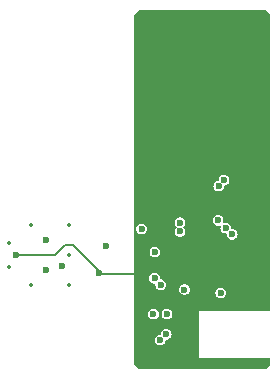
<source format=gbr>
%TF.GenerationSoftware,KiCad,Pcbnew,8.0.8*%
%TF.CreationDate,2025-03-24T11:25:52+01:00*%
%TF.ProjectId,RF_HID_dongle_test,52465f48-4944-45f6-946f-6e676c655f74,rev?*%
%TF.SameCoordinates,Original*%
%TF.FileFunction,Copper,L2,Inr*%
%TF.FilePolarity,Positive*%
%FSLAX46Y46*%
G04 Gerber Fmt 4.6, Leading zero omitted, Abs format (unit mm)*
G04 Created by KiCad (PCBNEW 8.0.8) date 2025-03-24 11:25:52*
%MOMM*%
%LPD*%
G01*
G04 APERTURE LIST*
%TA.AperFunction,ViaPad*%
%ADD10C,0.600000*%
%TD*%
%TA.AperFunction,Conductor*%
%ADD11C,0.200000*%
%TD*%
%TA.AperFunction,Conductor*%
%ADD12C,0.150000*%
%TD*%
%ADD13C,0.300000*%
%ADD14C,0.350000*%
G04 APERTURE END LIST*
D10*
%TO.N,GND*%
X137475000Y-138075000D03*
X140475000Y-138075000D03*
X147550000Y-132325000D03*
X142107066Y-130193355D03*
X142100000Y-128950000D03*
X136650000Y-135075000D03*
X147550000Y-131325000D03*
X147550000Y-123325000D03*
X146475000Y-138075000D03*
X145800003Y-131357925D03*
X144975000Y-121450000D03*
X147550000Y-127325000D03*
X144975000Y-120200000D03*
X141300000Y-123550000D03*
X142900000Y-123600000D03*
X126350000Y-128950000D03*
X146825000Y-121450000D03*
X147550000Y-138050000D03*
X138850000Y-124275000D03*
X142475000Y-138075000D03*
X136650000Y-124575000D03*
X142475000Y-133325000D03*
X141475000Y-134200000D03*
X139475000Y-138075000D03*
X147550000Y-125325000D03*
X143475000Y-138075000D03*
X145350000Y-132350000D03*
X146825000Y-120200000D03*
X136650000Y-138075000D03*
X147550000Y-130325000D03*
X141475000Y-135200000D03*
X146775000Y-133225000D03*
X136650000Y-122575000D03*
X136650000Y-132075000D03*
X145475000Y-138075000D03*
X147537500Y-133225000D03*
X141475000Y-133325000D03*
X146225000Y-132575000D03*
X136650000Y-136075000D03*
X144975000Y-118950000D03*
X147550000Y-128325000D03*
X147550000Y-126325000D03*
X141475000Y-137200000D03*
X136650000Y-133075000D03*
X143350000Y-128950000D03*
X133350000Y-130450000D03*
X147550000Y-122325000D03*
X147550000Y-124325000D03*
X142100000Y-127700000D03*
X141475000Y-136200000D03*
X138475000Y-138075000D03*
X136650000Y-134075000D03*
X147550000Y-129325000D03*
X136650000Y-123575000D03*
X141475000Y-138075000D03*
X146825000Y-118950000D03*
X144475000Y-138075000D03*
X140850000Y-128950000D03*
X136650000Y-137075000D03*
%TO.N,+3V3*%
X136974999Y-126724999D03*
X143450000Y-126000000D03*
X139050000Y-135650000D03*
X143500000Y-123100000D03*
X138550000Y-136150000D03*
X143950000Y-122600000D03*
%TO.N,/VDCIA*%
X144641826Y-127185742D03*
X143675000Y-132150000D03*
%TO.N,/VINTA*%
X140600002Y-131864214D03*
%TO.N,/NRST*%
X138100000Y-128700000D03*
X134000000Y-128200000D03*
X128850000Y-127700000D03*
%TO.N,/SWCLK*%
X128850000Y-130200000D03*
X139125000Y-133950000D03*
X140224999Y-126199776D03*
%TO.N,/SWDIO*%
X137975000Y-133950000D03*
X130253154Y-129840850D03*
X140224999Y-126949779D03*
%TO.N,/VSW*%
X144100000Y-126667159D03*
%TO.N,/HSE_I*%
X138600000Y-131450000D03*
%TO.N,/HSE_O*%
X138069668Y-130919668D03*
%TD*%
D11*
%TO.N,GND*%
X130449865Y-128104700D02*
X131150135Y-128104700D01*
D12*
X133350000Y-130450000D02*
X133450000Y-130550000D01*
X135850000Y-130550000D02*
X136550000Y-130550000D01*
X133450000Y-130550000D02*
X135850000Y-130550000D01*
D11*
X131150135Y-128104700D02*
X133350000Y-130304565D01*
X133350000Y-130304565D02*
X133350000Y-130450000D01*
X126350000Y-128950000D02*
X129604565Y-128950000D01*
X129604565Y-128950000D02*
X130449865Y-128104700D01*
%TD*%
%TA.AperFunction,Conductor*%
%TO.N,GND*%
G36*
X147517913Y-108242174D02*
G01*
X147827826Y-108552086D01*
X147849500Y-108604412D01*
X147849500Y-133600999D01*
X147827826Y-133653325D01*
X147775500Y-133674999D01*
X141824998Y-133674999D01*
X141824999Y-137674999D01*
X141825000Y-137675000D01*
X147775502Y-137675000D01*
X147827826Y-137696674D01*
X147849500Y-137749000D01*
X147849500Y-138190587D01*
X147827826Y-138242913D01*
X147517913Y-138552826D01*
X147465587Y-138574500D01*
X136734412Y-138574500D01*
X136682086Y-138552826D01*
X136372174Y-138242913D01*
X136350500Y-138190587D01*
X136350500Y-136150000D01*
X138094867Y-136150000D01*
X138113302Y-136278223D01*
X138113302Y-136278224D01*
X138113303Y-136278226D01*
X138167118Y-136396063D01*
X138251951Y-136493967D01*
X138360931Y-136564004D01*
X138485228Y-136600500D01*
X138614772Y-136600500D01*
X138739069Y-136564004D01*
X138848049Y-136493967D01*
X138932882Y-136396063D01*
X138986697Y-136278226D01*
X139003125Y-136163969D01*
X139032025Y-136115260D01*
X139076372Y-136100500D01*
X139114772Y-136100500D01*
X139239069Y-136064004D01*
X139348049Y-135993967D01*
X139432882Y-135896063D01*
X139486697Y-135778226D01*
X139505133Y-135650000D01*
X139486697Y-135521774D01*
X139432882Y-135403937D01*
X139348049Y-135306033D01*
X139281032Y-135262964D01*
X139239068Y-135235995D01*
X139114772Y-135199500D01*
X138985228Y-135199500D01*
X138860931Y-135235995D01*
X138751954Y-135306031D01*
X138751950Y-135306034D01*
X138667119Y-135403935D01*
X138613302Y-135521776D01*
X138604202Y-135585071D01*
X138596875Y-135636032D01*
X138567976Y-135684740D01*
X138523629Y-135699500D01*
X138485228Y-135699500D01*
X138360931Y-135735995D01*
X138251954Y-135806031D01*
X138251950Y-135806034D01*
X138167119Y-135903935D01*
X138113302Y-136021776D01*
X138094867Y-136150000D01*
X136350500Y-136150000D01*
X136350500Y-133950000D01*
X137519867Y-133950000D01*
X137538302Y-134078223D01*
X137538302Y-134078224D01*
X137538303Y-134078226D01*
X137592118Y-134196063D01*
X137676951Y-134293967D01*
X137785931Y-134364004D01*
X137910228Y-134400500D01*
X138039772Y-134400500D01*
X138164069Y-134364004D01*
X138273049Y-134293967D01*
X138357882Y-134196063D01*
X138411697Y-134078226D01*
X138430133Y-133950000D01*
X138669867Y-133950000D01*
X138688302Y-134078223D01*
X138688302Y-134078224D01*
X138688303Y-134078226D01*
X138742118Y-134196063D01*
X138826951Y-134293967D01*
X138935931Y-134364004D01*
X139060228Y-134400500D01*
X139189772Y-134400500D01*
X139314069Y-134364004D01*
X139423049Y-134293967D01*
X139507882Y-134196063D01*
X139561697Y-134078226D01*
X139580133Y-133950000D01*
X139561697Y-133821774D01*
X139507882Y-133703937D01*
X139423049Y-133606033D01*
X139356032Y-133562964D01*
X139314068Y-133535995D01*
X139189772Y-133499500D01*
X139060228Y-133499500D01*
X138935931Y-133535995D01*
X138826954Y-133606031D01*
X138826950Y-133606034D01*
X138742119Y-133703935D01*
X138688302Y-133821776D01*
X138669867Y-133950000D01*
X138430133Y-133950000D01*
X138411697Y-133821774D01*
X138357882Y-133703937D01*
X138273049Y-133606033D01*
X138206032Y-133562964D01*
X138164068Y-133535995D01*
X138039772Y-133499500D01*
X137910228Y-133499500D01*
X137785931Y-133535995D01*
X137676954Y-133606031D01*
X137676950Y-133606034D01*
X137592119Y-133703935D01*
X137538302Y-133821776D01*
X137519867Y-133950000D01*
X136350500Y-133950000D01*
X136350500Y-131982291D01*
X136350315Y-131980294D01*
X136350000Y-131973470D01*
X136350000Y-130994569D01*
X136350753Y-130984038D01*
X136351646Y-130977826D01*
X136355647Y-130950000D01*
X136351286Y-130919668D01*
X137614535Y-130919668D01*
X137632970Y-131047891D01*
X137632970Y-131047892D01*
X137632971Y-131047894D01*
X137686786Y-131165731D01*
X137771619Y-131263635D01*
X137878704Y-131332454D01*
X137880599Y-131333672D01*
X138004896Y-131370168D01*
X138070945Y-131370168D01*
X138123271Y-131391842D01*
X138144945Y-131444168D01*
X138144867Y-131445253D01*
X138144867Y-131449999D01*
X138163302Y-131578223D01*
X138163302Y-131578224D01*
X138163303Y-131578226D01*
X138217118Y-131696063D01*
X138301951Y-131793967D01*
X138410931Y-131864004D01*
X138535228Y-131900500D01*
X138664772Y-131900500D01*
X138788354Y-131864214D01*
X140144869Y-131864214D01*
X140163304Y-131992437D01*
X140163304Y-131992438D01*
X140163305Y-131992440D01*
X140217120Y-132110277D01*
X140301953Y-132208181D01*
X140410933Y-132278218D01*
X140535230Y-132314714D01*
X140664774Y-132314714D01*
X140789071Y-132278218D01*
X140898051Y-132208181D01*
X140948464Y-132150000D01*
X143219867Y-132150000D01*
X143238302Y-132278223D01*
X143238302Y-132278224D01*
X143238303Y-132278226D01*
X143292118Y-132396063D01*
X143376951Y-132493967D01*
X143485931Y-132564004D01*
X143610228Y-132600500D01*
X143739772Y-132600500D01*
X143864069Y-132564004D01*
X143973049Y-132493967D01*
X144057882Y-132396063D01*
X144111697Y-132278226D01*
X144130133Y-132150000D01*
X144111697Y-132021774D01*
X144057882Y-131903937D01*
X143973049Y-131806033D01*
X143906032Y-131762964D01*
X143864068Y-131735995D01*
X143739772Y-131699500D01*
X143610228Y-131699500D01*
X143485931Y-131735995D01*
X143376954Y-131806031D01*
X143376950Y-131806034D01*
X143292119Y-131903935D01*
X143238302Y-132021776D01*
X143219867Y-132150000D01*
X140948464Y-132150000D01*
X140982884Y-132110277D01*
X141036699Y-131992440D01*
X141055135Y-131864214D01*
X141036699Y-131735988D01*
X140982884Y-131618151D01*
X140898051Y-131520247D01*
X140831034Y-131477178D01*
X140789070Y-131450209D01*
X140664774Y-131413714D01*
X140535230Y-131413714D01*
X140410933Y-131450209D01*
X140301956Y-131520245D01*
X140301952Y-131520248D01*
X140217121Y-131618149D01*
X140163304Y-131735990D01*
X140144869Y-131864214D01*
X138788354Y-131864214D01*
X138789069Y-131864004D01*
X138898049Y-131793967D01*
X138982882Y-131696063D01*
X139036697Y-131578226D01*
X139055133Y-131450000D01*
X139036697Y-131321774D01*
X138982882Y-131203937D01*
X138898049Y-131106033D01*
X138807578Y-131047891D01*
X138789068Y-131035995D01*
X138664772Y-130999500D01*
X138598724Y-130999500D01*
X138546398Y-130977826D01*
X138524724Y-130925500D01*
X138524801Y-130924416D01*
X138524801Y-130919669D01*
X138506365Y-130791444D01*
X138506365Y-130791442D01*
X138452550Y-130673605D01*
X138367717Y-130575701D01*
X138300700Y-130532632D01*
X138258736Y-130505663D01*
X138134440Y-130469168D01*
X138004896Y-130469168D01*
X137880599Y-130505663D01*
X137771622Y-130575699D01*
X137771618Y-130575702D01*
X137686787Y-130673603D01*
X137632970Y-130791444D01*
X137614535Y-130919668D01*
X136351286Y-130919668D01*
X136350753Y-130915959D01*
X136350000Y-130905429D01*
X136350000Y-130224540D01*
X136350500Y-130216910D01*
X136350500Y-129693122D01*
X136350498Y-129693100D01*
X136350498Y-129683072D01*
X136350000Y-129675474D01*
X136350000Y-128994569D01*
X136350753Y-128984038D01*
X136355647Y-128950000D01*
X136350753Y-128915959D01*
X136350000Y-128905429D01*
X136350000Y-128700000D01*
X137644867Y-128700000D01*
X137663302Y-128828223D01*
X137663302Y-128828224D01*
X137663303Y-128828226D01*
X137717118Y-128946063D01*
X137801951Y-129043967D01*
X137910931Y-129114004D01*
X138035228Y-129150500D01*
X138164772Y-129150500D01*
X138289069Y-129114004D01*
X138398049Y-129043967D01*
X138482882Y-128946063D01*
X138536697Y-128828226D01*
X138555133Y-128700000D01*
X138536697Y-128571774D01*
X138482882Y-128453937D01*
X138398049Y-128356033D01*
X138331032Y-128312964D01*
X138289068Y-128285995D01*
X138164772Y-128249500D01*
X138035228Y-128249500D01*
X137910931Y-128285995D01*
X137801954Y-128356031D01*
X137801950Y-128356034D01*
X137717119Y-128453935D01*
X137663302Y-128571776D01*
X137644867Y-128700000D01*
X136350000Y-128700000D01*
X136350000Y-128224540D01*
X136350500Y-128216910D01*
X136350500Y-127693122D01*
X136350498Y-127693100D01*
X136350498Y-127683072D01*
X136350000Y-127675474D01*
X136350000Y-126994569D01*
X136350753Y-126984038D01*
X136355647Y-126950000D01*
X136350753Y-126915959D01*
X136350000Y-126905429D01*
X136350000Y-126724999D01*
X136519866Y-126724999D01*
X136538301Y-126853222D01*
X136538301Y-126853223D01*
X136538302Y-126853225D01*
X136592117Y-126971062D01*
X136676950Y-127068966D01*
X136785930Y-127139003D01*
X136910227Y-127175499D01*
X137039771Y-127175499D01*
X137164068Y-127139003D01*
X137273048Y-127068966D01*
X137357881Y-126971062D01*
X137411696Y-126853225D01*
X137430132Y-126724999D01*
X137411696Y-126596773D01*
X137357881Y-126478936D01*
X137273048Y-126381032D01*
X137206031Y-126337963D01*
X137164067Y-126310994D01*
X137039771Y-126274499D01*
X136910227Y-126274499D01*
X136785930Y-126310994D01*
X136676953Y-126381030D01*
X136676949Y-126381033D01*
X136592118Y-126478934D01*
X136538301Y-126596775D01*
X136519866Y-126724999D01*
X136350000Y-126724999D01*
X136350000Y-126199776D01*
X139769866Y-126199776D01*
X139788301Y-126327999D01*
X139788301Y-126328000D01*
X139788302Y-126328002D01*
X139812521Y-126381033D01*
X139842118Y-126445841D01*
X139842119Y-126445843D01*
X139911851Y-126526318D01*
X139929736Y-126580056D01*
X139911851Y-126623236D01*
X139842120Y-126703711D01*
X139842118Y-126703713D01*
X139788301Y-126821555D01*
X139769866Y-126949779D01*
X139788301Y-127078002D01*
X139788301Y-127078003D01*
X139788302Y-127078005D01*
X139842117Y-127195842D01*
X139926950Y-127293746D01*
X140035930Y-127363783D01*
X140160227Y-127400279D01*
X140289771Y-127400279D01*
X140414068Y-127363783D01*
X140523048Y-127293746D01*
X140607881Y-127195842D01*
X140661696Y-127078005D01*
X140680132Y-126949779D01*
X140661696Y-126821553D01*
X140607881Y-126703716D01*
X140538145Y-126623235D01*
X140520261Y-126569498D01*
X140538147Y-126526317D01*
X140607881Y-126445839D01*
X140661696Y-126328002D01*
X140680132Y-126199776D01*
X140661696Y-126071550D01*
X140629020Y-126000000D01*
X142994867Y-126000000D01*
X143013302Y-126128223D01*
X143013302Y-126128224D01*
X143013303Y-126128226D01*
X143067118Y-126246063D01*
X143151951Y-126343967D01*
X143260931Y-126414004D01*
X143385228Y-126450500D01*
X143514772Y-126450500D01*
X143577471Y-126432090D01*
X143633784Y-126438145D01*
X143669322Y-126482245D01*
X143665632Y-126533833D01*
X143663302Y-126538933D01*
X143644867Y-126667159D01*
X143663302Y-126795382D01*
X143663302Y-126795383D01*
X143663303Y-126795385D01*
X143717118Y-126913222D01*
X143801951Y-127011126D01*
X143874139Y-127057518D01*
X143910931Y-127081163D01*
X144035228Y-127117659D01*
X144112783Y-127117659D01*
X144165109Y-127139333D01*
X144186030Y-127181128D01*
X144186693Y-127185740D01*
X144186693Y-127185742D01*
X144193786Y-127235076D01*
X144205128Y-127313965D01*
X144205128Y-127313966D01*
X144205129Y-127313968D01*
X144258944Y-127431805D01*
X144343777Y-127529709D01*
X144452757Y-127599746D01*
X144577054Y-127636242D01*
X144706598Y-127636242D01*
X144830895Y-127599746D01*
X144939875Y-127529709D01*
X145024708Y-127431805D01*
X145078523Y-127313968D01*
X145096959Y-127185742D01*
X145078523Y-127057516D01*
X145024708Y-126939679D01*
X144939875Y-126841775D01*
X144867686Y-126795382D01*
X144830894Y-126771737D01*
X144706598Y-126735242D01*
X144629043Y-126735242D01*
X144576717Y-126713568D01*
X144555796Y-126671773D01*
X144546312Y-126605812D01*
X144536697Y-126538933D01*
X144482882Y-126421096D01*
X144398049Y-126323192D01*
X144319821Y-126272918D01*
X144289068Y-126253154D01*
X144164772Y-126216659D01*
X144035228Y-126216659D01*
X144035227Y-126216659D01*
X143972527Y-126235068D01*
X143916214Y-126229013D01*
X143880677Y-126184912D01*
X143884370Y-126133319D01*
X143886697Y-126128226D01*
X143905133Y-126000000D01*
X143886697Y-125871774D01*
X143832882Y-125753937D01*
X143748049Y-125656033D01*
X143681032Y-125612964D01*
X143639068Y-125585995D01*
X143514772Y-125549500D01*
X143385228Y-125549500D01*
X143260931Y-125585995D01*
X143151954Y-125656031D01*
X143151950Y-125656034D01*
X143067119Y-125753935D01*
X143067118Y-125753936D01*
X143067118Y-125753937D01*
X143057517Y-125774960D01*
X143013302Y-125871776D01*
X142994867Y-126000000D01*
X140629020Y-126000000D01*
X140607881Y-125953713D01*
X140523048Y-125855809D01*
X140456031Y-125812740D01*
X140414067Y-125785771D01*
X140289771Y-125749276D01*
X140160227Y-125749276D01*
X140035930Y-125785771D01*
X139926953Y-125855807D01*
X139926949Y-125855810D01*
X139842118Y-125953711D01*
X139788301Y-126071552D01*
X139769866Y-126199776D01*
X136350000Y-126199776D01*
X136350000Y-125927663D01*
X136350315Y-125920839D01*
X136350604Y-125917718D01*
X136350604Y-125774960D01*
X136350500Y-125773770D01*
X136350500Y-123100000D01*
X143044867Y-123100000D01*
X143063302Y-123228223D01*
X143063302Y-123228224D01*
X143063303Y-123228226D01*
X143117118Y-123346063D01*
X143201951Y-123443967D01*
X143310931Y-123514004D01*
X143435228Y-123550500D01*
X143564772Y-123550500D01*
X143689069Y-123514004D01*
X143798049Y-123443967D01*
X143882882Y-123346063D01*
X143936697Y-123228226D01*
X143953257Y-123113041D01*
X143982157Y-123064334D01*
X144009939Y-123052828D01*
X144009694Y-123051991D01*
X144014772Y-123050500D01*
X144139069Y-123014004D01*
X144248049Y-122943967D01*
X144332882Y-122846063D01*
X144386697Y-122728226D01*
X144405133Y-122600000D01*
X144386697Y-122471774D01*
X144332882Y-122353937D01*
X144248049Y-122256033D01*
X144181032Y-122212964D01*
X144139068Y-122185995D01*
X144014772Y-122149500D01*
X143885228Y-122149500D01*
X143760931Y-122185995D01*
X143651954Y-122256031D01*
X143651950Y-122256034D01*
X143567119Y-122353935D01*
X143513302Y-122471776D01*
X143496742Y-122586956D01*
X143467842Y-122635665D01*
X143440060Y-122647174D01*
X143440306Y-122648009D01*
X143310931Y-122685995D01*
X143201954Y-122756031D01*
X143201950Y-122756034D01*
X143117119Y-122853935D01*
X143063302Y-122971776D01*
X143044867Y-123100000D01*
X136350500Y-123100000D01*
X136350500Y-108604412D01*
X136372174Y-108552086D01*
X136682086Y-108242174D01*
X136734412Y-108220500D01*
X147465587Y-108220500D01*
X147517913Y-108242174D01*
G37*
%TD.AperFunction*%
%TD*%
D13*
X137475000Y-138075000D03*
X140475000Y-138075000D03*
X147550000Y-132325000D03*
X142107066Y-130193355D03*
X142100000Y-128950000D03*
X136650000Y-135075000D03*
X147550000Y-131325000D03*
X147550000Y-123325000D03*
X146475000Y-138075000D03*
X145800003Y-131357925D03*
X144975000Y-121450000D03*
X147550000Y-127325000D03*
X144975000Y-120200000D03*
X141300000Y-123550000D03*
X142900000Y-123600000D03*
X126350000Y-128950000D03*
X146825000Y-121450000D03*
X147550000Y-138050000D03*
X138850000Y-124275000D03*
X142475000Y-138075000D03*
X136650000Y-124575000D03*
X142475000Y-133325000D03*
X141475000Y-134200000D03*
X139475000Y-138075000D03*
X147550000Y-125325000D03*
X143475000Y-138075000D03*
X145350000Y-132350000D03*
X146825000Y-120200000D03*
X136650000Y-138075000D03*
X147550000Y-130325000D03*
X141475000Y-135200000D03*
X146775000Y-133225000D03*
X136650000Y-122575000D03*
X136650000Y-132075000D03*
X145475000Y-138075000D03*
X147537500Y-133225000D03*
X141475000Y-133325000D03*
X146225000Y-132575000D03*
X136650000Y-136075000D03*
X144975000Y-118950000D03*
X147550000Y-128325000D03*
X147550000Y-126325000D03*
X141475000Y-137200000D03*
X136650000Y-133075000D03*
X143350000Y-128950000D03*
X133350000Y-130450000D03*
X147550000Y-122325000D03*
X147550000Y-124325000D03*
X142100000Y-127700000D03*
X141475000Y-136200000D03*
X138475000Y-138075000D03*
X136650000Y-134075000D03*
X147550000Y-129325000D03*
X136650000Y-123575000D03*
X141475000Y-138075000D03*
X146825000Y-118950000D03*
X144475000Y-138075000D03*
X140850000Y-128950000D03*
X136650000Y-137075000D03*
X136974999Y-126724999D03*
X143450000Y-126000000D03*
X139050000Y-135650000D03*
X143500000Y-123100000D03*
X138550000Y-136150000D03*
X143950000Y-122600000D03*
X144641826Y-127185742D03*
X143675000Y-132150000D03*
X140600002Y-131864214D03*
X138100000Y-128700000D03*
X134000000Y-128200000D03*
X128850000Y-127700000D03*
X128850000Y-130200000D03*
X139125000Y-133950000D03*
X140224999Y-126199776D03*
X137975000Y-133950000D03*
X130253154Y-129840850D03*
X140224999Y-126949779D03*
X144100000Y-126667159D03*
X138600000Y-131450000D03*
X138069668Y-130919668D03*
D14*
X130800000Y-128950000D03*
X130799997Y-131489999D03*
X130799997Y-126409999D03*
X127624996Y-131489999D03*
X127624996Y-126409999D03*
X125719995Y-129966001D03*
X125719995Y-127933998D03*
M02*

</source>
